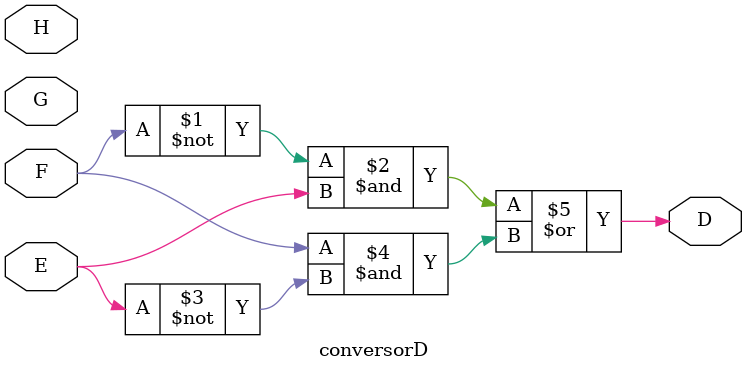
<source format=v>
module conversorD (
    input H,G,F,E,
    output D
);
    assign D = (~F & E) | (F & ~E);
endmodule
</source>
